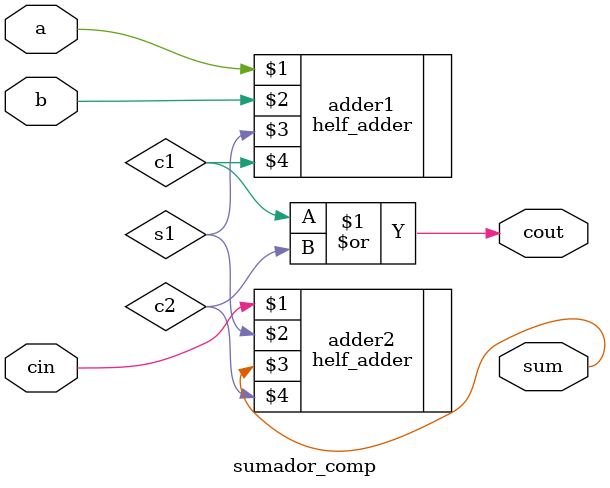
<source format=sv>
`include "helf_adder.sv"
module sumador_comp(a,b,cin,sum,cout);
    input a, b, cin;
    output sum, cout;
    wire s1, c1, c2;
    helf_adder adder1(a, b, s1, c1);
    helf_adder adder2(cin, s1, sum, c2);
    assign cout = c1 | c2;
endmodule

</source>
